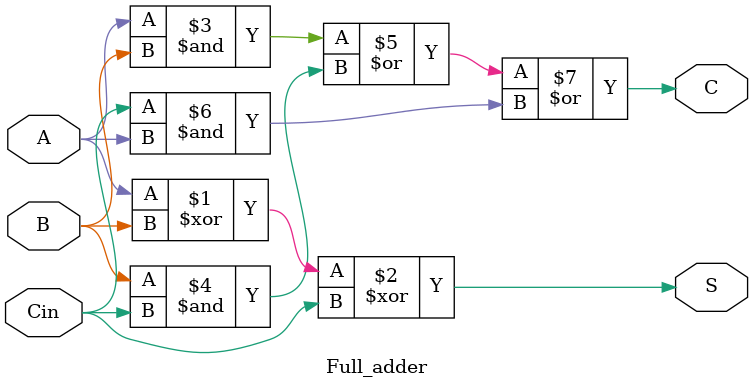
<source format=v>
`timescale 1ns / 1ps


module Full_adder(
    input A,
    input B,
    input Cin,
    output S,
    output C
    );
    assign S = A^B^Cin;
    assign C = (A&B)|(B&Cin)|(Cin&A);
endmodule

</source>
